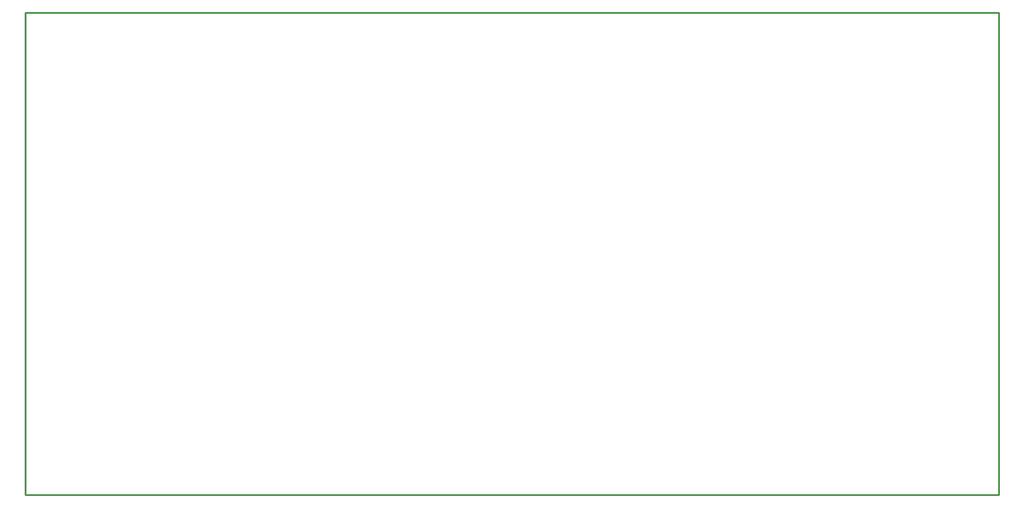
<source format=gko>
G04*
G04 #@! TF.GenerationSoftware,Altium Limited,Altium Designer,20.1.7 (139)*
G04*
G04 Layer_Color=16711935*
%FSLAX25Y25*%
%MOIN*%
G70*
G04*
G04 #@! TF.SameCoordinates,24E638B0-66B5-4ADB-958A-7C5563F4B5AF*
G04*
G04*
G04 #@! TF.FilePolarity,Positive*
G04*
G01*
G75*
%ADD12C,0.01000*%
D12*
X162790Y419300D02*
X702160D01*
Y151600D02*
Y419300D01*
X162790Y151600D02*
X702160D01*
X162790D02*
Y222060D01*
Y407700D01*
Y419300D01*
M02*

</source>
